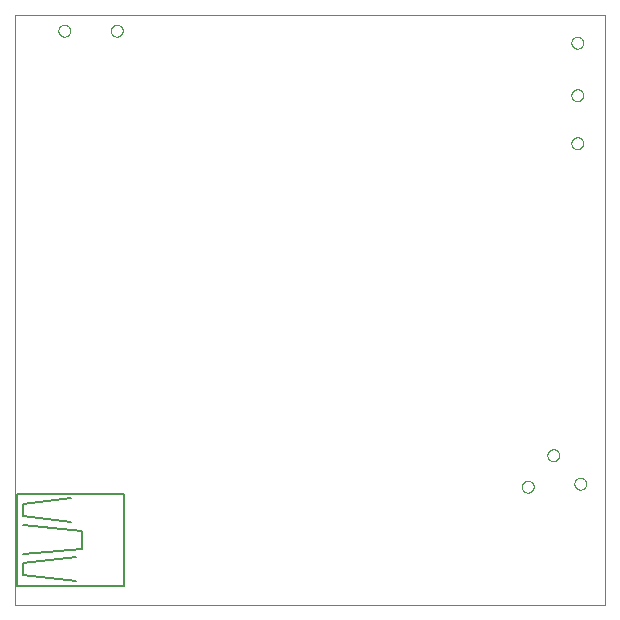
<source format=gbo>
G75*
%MOIN*%
%OFA0B0*%
%FSLAX25Y25*%
%IPPOS*%
%LPD*%
%AMOC8*
5,1,8,0,0,1.08239X$1,22.5*
%
%ADD10C,0.00000*%
%ADD11C,0.00500*%
D10*
X0005300Y0010249D02*
X0005300Y0207099D01*
X0202150Y0207099D01*
X0202150Y0010249D01*
X0005300Y0010249D01*
X0174331Y0049749D02*
X0174333Y0049837D01*
X0174339Y0049925D01*
X0174349Y0050013D01*
X0174363Y0050101D01*
X0174380Y0050187D01*
X0174402Y0050273D01*
X0174427Y0050357D01*
X0174457Y0050441D01*
X0174489Y0050523D01*
X0174526Y0050603D01*
X0174566Y0050682D01*
X0174610Y0050759D01*
X0174657Y0050834D01*
X0174707Y0050906D01*
X0174761Y0050977D01*
X0174817Y0051044D01*
X0174877Y0051110D01*
X0174939Y0051172D01*
X0175005Y0051232D01*
X0175072Y0051288D01*
X0175143Y0051342D01*
X0175215Y0051392D01*
X0175290Y0051439D01*
X0175367Y0051483D01*
X0175446Y0051523D01*
X0175526Y0051560D01*
X0175608Y0051592D01*
X0175692Y0051622D01*
X0175776Y0051647D01*
X0175862Y0051669D01*
X0175948Y0051686D01*
X0176036Y0051700D01*
X0176124Y0051710D01*
X0176212Y0051716D01*
X0176300Y0051718D01*
X0176388Y0051716D01*
X0176476Y0051710D01*
X0176564Y0051700D01*
X0176652Y0051686D01*
X0176738Y0051669D01*
X0176824Y0051647D01*
X0176908Y0051622D01*
X0176992Y0051592D01*
X0177074Y0051560D01*
X0177154Y0051523D01*
X0177233Y0051483D01*
X0177310Y0051439D01*
X0177385Y0051392D01*
X0177457Y0051342D01*
X0177528Y0051288D01*
X0177595Y0051232D01*
X0177661Y0051172D01*
X0177723Y0051110D01*
X0177783Y0051044D01*
X0177839Y0050977D01*
X0177893Y0050906D01*
X0177943Y0050834D01*
X0177990Y0050759D01*
X0178034Y0050682D01*
X0178074Y0050603D01*
X0178111Y0050523D01*
X0178143Y0050441D01*
X0178173Y0050357D01*
X0178198Y0050273D01*
X0178220Y0050187D01*
X0178237Y0050101D01*
X0178251Y0050013D01*
X0178261Y0049925D01*
X0178267Y0049837D01*
X0178269Y0049749D01*
X0178267Y0049661D01*
X0178261Y0049573D01*
X0178251Y0049485D01*
X0178237Y0049397D01*
X0178220Y0049311D01*
X0178198Y0049225D01*
X0178173Y0049141D01*
X0178143Y0049057D01*
X0178111Y0048975D01*
X0178074Y0048895D01*
X0178034Y0048816D01*
X0177990Y0048739D01*
X0177943Y0048664D01*
X0177893Y0048592D01*
X0177839Y0048521D01*
X0177783Y0048454D01*
X0177723Y0048388D01*
X0177661Y0048326D01*
X0177595Y0048266D01*
X0177528Y0048210D01*
X0177457Y0048156D01*
X0177385Y0048106D01*
X0177310Y0048059D01*
X0177233Y0048015D01*
X0177154Y0047975D01*
X0177074Y0047938D01*
X0176992Y0047906D01*
X0176908Y0047876D01*
X0176824Y0047851D01*
X0176738Y0047829D01*
X0176652Y0047812D01*
X0176564Y0047798D01*
X0176476Y0047788D01*
X0176388Y0047782D01*
X0176300Y0047780D01*
X0176212Y0047782D01*
X0176124Y0047788D01*
X0176036Y0047798D01*
X0175948Y0047812D01*
X0175862Y0047829D01*
X0175776Y0047851D01*
X0175692Y0047876D01*
X0175608Y0047906D01*
X0175526Y0047938D01*
X0175446Y0047975D01*
X0175367Y0048015D01*
X0175290Y0048059D01*
X0175215Y0048106D01*
X0175143Y0048156D01*
X0175072Y0048210D01*
X0175005Y0048266D01*
X0174939Y0048326D01*
X0174877Y0048388D01*
X0174817Y0048454D01*
X0174761Y0048521D01*
X0174707Y0048592D01*
X0174657Y0048664D01*
X0174610Y0048739D01*
X0174566Y0048816D01*
X0174526Y0048895D01*
X0174489Y0048975D01*
X0174457Y0049057D01*
X0174427Y0049141D01*
X0174402Y0049225D01*
X0174380Y0049311D01*
X0174363Y0049397D01*
X0174349Y0049485D01*
X0174339Y0049573D01*
X0174333Y0049661D01*
X0174331Y0049749D01*
X0182831Y0060249D02*
X0182833Y0060337D01*
X0182839Y0060425D01*
X0182849Y0060513D01*
X0182863Y0060601D01*
X0182880Y0060687D01*
X0182902Y0060773D01*
X0182927Y0060857D01*
X0182957Y0060941D01*
X0182989Y0061023D01*
X0183026Y0061103D01*
X0183066Y0061182D01*
X0183110Y0061259D01*
X0183157Y0061334D01*
X0183207Y0061406D01*
X0183261Y0061477D01*
X0183317Y0061544D01*
X0183377Y0061610D01*
X0183439Y0061672D01*
X0183505Y0061732D01*
X0183572Y0061788D01*
X0183643Y0061842D01*
X0183715Y0061892D01*
X0183790Y0061939D01*
X0183867Y0061983D01*
X0183946Y0062023D01*
X0184026Y0062060D01*
X0184108Y0062092D01*
X0184192Y0062122D01*
X0184276Y0062147D01*
X0184362Y0062169D01*
X0184448Y0062186D01*
X0184536Y0062200D01*
X0184624Y0062210D01*
X0184712Y0062216D01*
X0184800Y0062218D01*
X0184888Y0062216D01*
X0184976Y0062210D01*
X0185064Y0062200D01*
X0185152Y0062186D01*
X0185238Y0062169D01*
X0185324Y0062147D01*
X0185408Y0062122D01*
X0185492Y0062092D01*
X0185574Y0062060D01*
X0185654Y0062023D01*
X0185733Y0061983D01*
X0185810Y0061939D01*
X0185885Y0061892D01*
X0185957Y0061842D01*
X0186028Y0061788D01*
X0186095Y0061732D01*
X0186161Y0061672D01*
X0186223Y0061610D01*
X0186283Y0061544D01*
X0186339Y0061477D01*
X0186393Y0061406D01*
X0186443Y0061334D01*
X0186490Y0061259D01*
X0186534Y0061182D01*
X0186574Y0061103D01*
X0186611Y0061023D01*
X0186643Y0060941D01*
X0186673Y0060857D01*
X0186698Y0060773D01*
X0186720Y0060687D01*
X0186737Y0060601D01*
X0186751Y0060513D01*
X0186761Y0060425D01*
X0186767Y0060337D01*
X0186769Y0060249D01*
X0186767Y0060161D01*
X0186761Y0060073D01*
X0186751Y0059985D01*
X0186737Y0059897D01*
X0186720Y0059811D01*
X0186698Y0059725D01*
X0186673Y0059641D01*
X0186643Y0059557D01*
X0186611Y0059475D01*
X0186574Y0059395D01*
X0186534Y0059316D01*
X0186490Y0059239D01*
X0186443Y0059164D01*
X0186393Y0059092D01*
X0186339Y0059021D01*
X0186283Y0058954D01*
X0186223Y0058888D01*
X0186161Y0058826D01*
X0186095Y0058766D01*
X0186028Y0058710D01*
X0185957Y0058656D01*
X0185885Y0058606D01*
X0185810Y0058559D01*
X0185733Y0058515D01*
X0185654Y0058475D01*
X0185574Y0058438D01*
X0185492Y0058406D01*
X0185408Y0058376D01*
X0185324Y0058351D01*
X0185238Y0058329D01*
X0185152Y0058312D01*
X0185064Y0058298D01*
X0184976Y0058288D01*
X0184888Y0058282D01*
X0184800Y0058280D01*
X0184712Y0058282D01*
X0184624Y0058288D01*
X0184536Y0058298D01*
X0184448Y0058312D01*
X0184362Y0058329D01*
X0184276Y0058351D01*
X0184192Y0058376D01*
X0184108Y0058406D01*
X0184026Y0058438D01*
X0183946Y0058475D01*
X0183867Y0058515D01*
X0183790Y0058559D01*
X0183715Y0058606D01*
X0183643Y0058656D01*
X0183572Y0058710D01*
X0183505Y0058766D01*
X0183439Y0058826D01*
X0183377Y0058888D01*
X0183317Y0058954D01*
X0183261Y0059021D01*
X0183207Y0059092D01*
X0183157Y0059164D01*
X0183110Y0059239D01*
X0183066Y0059316D01*
X0183026Y0059395D01*
X0182989Y0059475D01*
X0182957Y0059557D01*
X0182927Y0059641D01*
X0182902Y0059725D01*
X0182880Y0059811D01*
X0182863Y0059897D01*
X0182849Y0059985D01*
X0182839Y0060073D01*
X0182833Y0060161D01*
X0182831Y0060249D01*
X0191831Y0050749D02*
X0191833Y0050837D01*
X0191839Y0050925D01*
X0191849Y0051013D01*
X0191863Y0051101D01*
X0191880Y0051187D01*
X0191902Y0051273D01*
X0191927Y0051357D01*
X0191957Y0051441D01*
X0191989Y0051523D01*
X0192026Y0051603D01*
X0192066Y0051682D01*
X0192110Y0051759D01*
X0192157Y0051834D01*
X0192207Y0051906D01*
X0192261Y0051977D01*
X0192317Y0052044D01*
X0192377Y0052110D01*
X0192439Y0052172D01*
X0192505Y0052232D01*
X0192572Y0052288D01*
X0192643Y0052342D01*
X0192715Y0052392D01*
X0192790Y0052439D01*
X0192867Y0052483D01*
X0192946Y0052523D01*
X0193026Y0052560D01*
X0193108Y0052592D01*
X0193192Y0052622D01*
X0193276Y0052647D01*
X0193362Y0052669D01*
X0193448Y0052686D01*
X0193536Y0052700D01*
X0193624Y0052710D01*
X0193712Y0052716D01*
X0193800Y0052718D01*
X0193888Y0052716D01*
X0193976Y0052710D01*
X0194064Y0052700D01*
X0194152Y0052686D01*
X0194238Y0052669D01*
X0194324Y0052647D01*
X0194408Y0052622D01*
X0194492Y0052592D01*
X0194574Y0052560D01*
X0194654Y0052523D01*
X0194733Y0052483D01*
X0194810Y0052439D01*
X0194885Y0052392D01*
X0194957Y0052342D01*
X0195028Y0052288D01*
X0195095Y0052232D01*
X0195161Y0052172D01*
X0195223Y0052110D01*
X0195283Y0052044D01*
X0195339Y0051977D01*
X0195393Y0051906D01*
X0195443Y0051834D01*
X0195490Y0051759D01*
X0195534Y0051682D01*
X0195574Y0051603D01*
X0195611Y0051523D01*
X0195643Y0051441D01*
X0195673Y0051357D01*
X0195698Y0051273D01*
X0195720Y0051187D01*
X0195737Y0051101D01*
X0195751Y0051013D01*
X0195761Y0050925D01*
X0195767Y0050837D01*
X0195769Y0050749D01*
X0195767Y0050661D01*
X0195761Y0050573D01*
X0195751Y0050485D01*
X0195737Y0050397D01*
X0195720Y0050311D01*
X0195698Y0050225D01*
X0195673Y0050141D01*
X0195643Y0050057D01*
X0195611Y0049975D01*
X0195574Y0049895D01*
X0195534Y0049816D01*
X0195490Y0049739D01*
X0195443Y0049664D01*
X0195393Y0049592D01*
X0195339Y0049521D01*
X0195283Y0049454D01*
X0195223Y0049388D01*
X0195161Y0049326D01*
X0195095Y0049266D01*
X0195028Y0049210D01*
X0194957Y0049156D01*
X0194885Y0049106D01*
X0194810Y0049059D01*
X0194733Y0049015D01*
X0194654Y0048975D01*
X0194574Y0048938D01*
X0194492Y0048906D01*
X0194408Y0048876D01*
X0194324Y0048851D01*
X0194238Y0048829D01*
X0194152Y0048812D01*
X0194064Y0048798D01*
X0193976Y0048788D01*
X0193888Y0048782D01*
X0193800Y0048780D01*
X0193712Y0048782D01*
X0193624Y0048788D01*
X0193536Y0048798D01*
X0193448Y0048812D01*
X0193362Y0048829D01*
X0193276Y0048851D01*
X0193192Y0048876D01*
X0193108Y0048906D01*
X0193026Y0048938D01*
X0192946Y0048975D01*
X0192867Y0049015D01*
X0192790Y0049059D01*
X0192715Y0049106D01*
X0192643Y0049156D01*
X0192572Y0049210D01*
X0192505Y0049266D01*
X0192439Y0049326D01*
X0192377Y0049388D01*
X0192317Y0049454D01*
X0192261Y0049521D01*
X0192207Y0049592D01*
X0192157Y0049664D01*
X0192110Y0049739D01*
X0192066Y0049816D01*
X0192026Y0049895D01*
X0191989Y0049975D01*
X0191957Y0050057D01*
X0191927Y0050141D01*
X0191902Y0050225D01*
X0191880Y0050311D01*
X0191863Y0050397D01*
X0191849Y0050485D01*
X0191839Y0050573D01*
X0191833Y0050661D01*
X0191831Y0050749D01*
X0190831Y0164249D02*
X0190833Y0164337D01*
X0190839Y0164425D01*
X0190849Y0164513D01*
X0190863Y0164601D01*
X0190880Y0164687D01*
X0190902Y0164773D01*
X0190927Y0164857D01*
X0190957Y0164941D01*
X0190989Y0165023D01*
X0191026Y0165103D01*
X0191066Y0165182D01*
X0191110Y0165259D01*
X0191157Y0165334D01*
X0191207Y0165406D01*
X0191261Y0165477D01*
X0191317Y0165544D01*
X0191377Y0165610D01*
X0191439Y0165672D01*
X0191505Y0165732D01*
X0191572Y0165788D01*
X0191643Y0165842D01*
X0191715Y0165892D01*
X0191790Y0165939D01*
X0191867Y0165983D01*
X0191946Y0166023D01*
X0192026Y0166060D01*
X0192108Y0166092D01*
X0192192Y0166122D01*
X0192276Y0166147D01*
X0192362Y0166169D01*
X0192448Y0166186D01*
X0192536Y0166200D01*
X0192624Y0166210D01*
X0192712Y0166216D01*
X0192800Y0166218D01*
X0192888Y0166216D01*
X0192976Y0166210D01*
X0193064Y0166200D01*
X0193152Y0166186D01*
X0193238Y0166169D01*
X0193324Y0166147D01*
X0193408Y0166122D01*
X0193492Y0166092D01*
X0193574Y0166060D01*
X0193654Y0166023D01*
X0193733Y0165983D01*
X0193810Y0165939D01*
X0193885Y0165892D01*
X0193957Y0165842D01*
X0194028Y0165788D01*
X0194095Y0165732D01*
X0194161Y0165672D01*
X0194223Y0165610D01*
X0194283Y0165544D01*
X0194339Y0165477D01*
X0194393Y0165406D01*
X0194443Y0165334D01*
X0194490Y0165259D01*
X0194534Y0165182D01*
X0194574Y0165103D01*
X0194611Y0165023D01*
X0194643Y0164941D01*
X0194673Y0164857D01*
X0194698Y0164773D01*
X0194720Y0164687D01*
X0194737Y0164601D01*
X0194751Y0164513D01*
X0194761Y0164425D01*
X0194767Y0164337D01*
X0194769Y0164249D01*
X0194767Y0164161D01*
X0194761Y0164073D01*
X0194751Y0163985D01*
X0194737Y0163897D01*
X0194720Y0163811D01*
X0194698Y0163725D01*
X0194673Y0163641D01*
X0194643Y0163557D01*
X0194611Y0163475D01*
X0194574Y0163395D01*
X0194534Y0163316D01*
X0194490Y0163239D01*
X0194443Y0163164D01*
X0194393Y0163092D01*
X0194339Y0163021D01*
X0194283Y0162954D01*
X0194223Y0162888D01*
X0194161Y0162826D01*
X0194095Y0162766D01*
X0194028Y0162710D01*
X0193957Y0162656D01*
X0193885Y0162606D01*
X0193810Y0162559D01*
X0193733Y0162515D01*
X0193654Y0162475D01*
X0193574Y0162438D01*
X0193492Y0162406D01*
X0193408Y0162376D01*
X0193324Y0162351D01*
X0193238Y0162329D01*
X0193152Y0162312D01*
X0193064Y0162298D01*
X0192976Y0162288D01*
X0192888Y0162282D01*
X0192800Y0162280D01*
X0192712Y0162282D01*
X0192624Y0162288D01*
X0192536Y0162298D01*
X0192448Y0162312D01*
X0192362Y0162329D01*
X0192276Y0162351D01*
X0192192Y0162376D01*
X0192108Y0162406D01*
X0192026Y0162438D01*
X0191946Y0162475D01*
X0191867Y0162515D01*
X0191790Y0162559D01*
X0191715Y0162606D01*
X0191643Y0162656D01*
X0191572Y0162710D01*
X0191505Y0162766D01*
X0191439Y0162826D01*
X0191377Y0162888D01*
X0191317Y0162954D01*
X0191261Y0163021D01*
X0191207Y0163092D01*
X0191157Y0163164D01*
X0191110Y0163239D01*
X0191066Y0163316D01*
X0191026Y0163395D01*
X0190989Y0163475D01*
X0190957Y0163557D01*
X0190927Y0163641D01*
X0190902Y0163725D01*
X0190880Y0163811D01*
X0190863Y0163897D01*
X0190849Y0163985D01*
X0190839Y0164073D01*
X0190833Y0164161D01*
X0190831Y0164249D01*
X0190831Y0180249D02*
X0190833Y0180337D01*
X0190839Y0180425D01*
X0190849Y0180513D01*
X0190863Y0180601D01*
X0190880Y0180687D01*
X0190902Y0180773D01*
X0190927Y0180857D01*
X0190957Y0180941D01*
X0190989Y0181023D01*
X0191026Y0181103D01*
X0191066Y0181182D01*
X0191110Y0181259D01*
X0191157Y0181334D01*
X0191207Y0181406D01*
X0191261Y0181477D01*
X0191317Y0181544D01*
X0191377Y0181610D01*
X0191439Y0181672D01*
X0191505Y0181732D01*
X0191572Y0181788D01*
X0191643Y0181842D01*
X0191715Y0181892D01*
X0191790Y0181939D01*
X0191867Y0181983D01*
X0191946Y0182023D01*
X0192026Y0182060D01*
X0192108Y0182092D01*
X0192192Y0182122D01*
X0192276Y0182147D01*
X0192362Y0182169D01*
X0192448Y0182186D01*
X0192536Y0182200D01*
X0192624Y0182210D01*
X0192712Y0182216D01*
X0192800Y0182218D01*
X0192888Y0182216D01*
X0192976Y0182210D01*
X0193064Y0182200D01*
X0193152Y0182186D01*
X0193238Y0182169D01*
X0193324Y0182147D01*
X0193408Y0182122D01*
X0193492Y0182092D01*
X0193574Y0182060D01*
X0193654Y0182023D01*
X0193733Y0181983D01*
X0193810Y0181939D01*
X0193885Y0181892D01*
X0193957Y0181842D01*
X0194028Y0181788D01*
X0194095Y0181732D01*
X0194161Y0181672D01*
X0194223Y0181610D01*
X0194283Y0181544D01*
X0194339Y0181477D01*
X0194393Y0181406D01*
X0194443Y0181334D01*
X0194490Y0181259D01*
X0194534Y0181182D01*
X0194574Y0181103D01*
X0194611Y0181023D01*
X0194643Y0180941D01*
X0194673Y0180857D01*
X0194698Y0180773D01*
X0194720Y0180687D01*
X0194737Y0180601D01*
X0194751Y0180513D01*
X0194761Y0180425D01*
X0194767Y0180337D01*
X0194769Y0180249D01*
X0194767Y0180161D01*
X0194761Y0180073D01*
X0194751Y0179985D01*
X0194737Y0179897D01*
X0194720Y0179811D01*
X0194698Y0179725D01*
X0194673Y0179641D01*
X0194643Y0179557D01*
X0194611Y0179475D01*
X0194574Y0179395D01*
X0194534Y0179316D01*
X0194490Y0179239D01*
X0194443Y0179164D01*
X0194393Y0179092D01*
X0194339Y0179021D01*
X0194283Y0178954D01*
X0194223Y0178888D01*
X0194161Y0178826D01*
X0194095Y0178766D01*
X0194028Y0178710D01*
X0193957Y0178656D01*
X0193885Y0178606D01*
X0193810Y0178559D01*
X0193733Y0178515D01*
X0193654Y0178475D01*
X0193574Y0178438D01*
X0193492Y0178406D01*
X0193408Y0178376D01*
X0193324Y0178351D01*
X0193238Y0178329D01*
X0193152Y0178312D01*
X0193064Y0178298D01*
X0192976Y0178288D01*
X0192888Y0178282D01*
X0192800Y0178280D01*
X0192712Y0178282D01*
X0192624Y0178288D01*
X0192536Y0178298D01*
X0192448Y0178312D01*
X0192362Y0178329D01*
X0192276Y0178351D01*
X0192192Y0178376D01*
X0192108Y0178406D01*
X0192026Y0178438D01*
X0191946Y0178475D01*
X0191867Y0178515D01*
X0191790Y0178559D01*
X0191715Y0178606D01*
X0191643Y0178656D01*
X0191572Y0178710D01*
X0191505Y0178766D01*
X0191439Y0178826D01*
X0191377Y0178888D01*
X0191317Y0178954D01*
X0191261Y0179021D01*
X0191207Y0179092D01*
X0191157Y0179164D01*
X0191110Y0179239D01*
X0191066Y0179316D01*
X0191026Y0179395D01*
X0190989Y0179475D01*
X0190957Y0179557D01*
X0190927Y0179641D01*
X0190902Y0179725D01*
X0190880Y0179811D01*
X0190863Y0179897D01*
X0190849Y0179985D01*
X0190839Y0180073D01*
X0190833Y0180161D01*
X0190831Y0180249D01*
X0190831Y0197749D02*
X0190833Y0197837D01*
X0190839Y0197925D01*
X0190849Y0198013D01*
X0190863Y0198101D01*
X0190880Y0198187D01*
X0190902Y0198273D01*
X0190927Y0198357D01*
X0190957Y0198441D01*
X0190989Y0198523D01*
X0191026Y0198603D01*
X0191066Y0198682D01*
X0191110Y0198759D01*
X0191157Y0198834D01*
X0191207Y0198906D01*
X0191261Y0198977D01*
X0191317Y0199044D01*
X0191377Y0199110D01*
X0191439Y0199172D01*
X0191505Y0199232D01*
X0191572Y0199288D01*
X0191643Y0199342D01*
X0191715Y0199392D01*
X0191790Y0199439D01*
X0191867Y0199483D01*
X0191946Y0199523D01*
X0192026Y0199560D01*
X0192108Y0199592D01*
X0192192Y0199622D01*
X0192276Y0199647D01*
X0192362Y0199669D01*
X0192448Y0199686D01*
X0192536Y0199700D01*
X0192624Y0199710D01*
X0192712Y0199716D01*
X0192800Y0199718D01*
X0192888Y0199716D01*
X0192976Y0199710D01*
X0193064Y0199700D01*
X0193152Y0199686D01*
X0193238Y0199669D01*
X0193324Y0199647D01*
X0193408Y0199622D01*
X0193492Y0199592D01*
X0193574Y0199560D01*
X0193654Y0199523D01*
X0193733Y0199483D01*
X0193810Y0199439D01*
X0193885Y0199392D01*
X0193957Y0199342D01*
X0194028Y0199288D01*
X0194095Y0199232D01*
X0194161Y0199172D01*
X0194223Y0199110D01*
X0194283Y0199044D01*
X0194339Y0198977D01*
X0194393Y0198906D01*
X0194443Y0198834D01*
X0194490Y0198759D01*
X0194534Y0198682D01*
X0194574Y0198603D01*
X0194611Y0198523D01*
X0194643Y0198441D01*
X0194673Y0198357D01*
X0194698Y0198273D01*
X0194720Y0198187D01*
X0194737Y0198101D01*
X0194751Y0198013D01*
X0194761Y0197925D01*
X0194767Y0197837D01*
X0194769Y0197749D01*
X0194767Y0197661D01*
X0194761Y0197573D01*
X0194751Y0197485D01*
X0194737Y0197397D01*
X0194720Y0197311D01*
X0194698Y0197225D01*
X0194673Y0197141D01*
X0194643Y0197057D01*
X0194611Y0196975D01*
X0194574Y0196895D01*
X0194534Y0196816D01*
X0194490Y0196739D01*
X0194443Y0196664D01*
X0194393Y0196592D01*
X0194339Y0196521D01*
X0194283Y0196454D01*
X0194223Y0196388D01*
X0194161Y0196326D01*
X0194095Y0196266D01*
X0194028Y0196210D01*
X0193957Y0196156D01*
X0193885Y0196106D01*
X0193810Y0196059D01*
X0193733Y0196015D01*
X0193654Y0195975D01*
X0193574Y0195938D01*
X0193492Y0195906D01*
X0193408Y0195876D01*
X0193324Y0195851D01*
X0193238Y0195829D01*
X0193152Y0195812D01*
X0193064Y0195798D01*
X0192976Y0195788D01*
X0192888Y0195782D01*
X0192800Y0195780D01*
X0192712Y0195782D01*
X0192624Y0195788D01*
X0192536Y0195798D01*
X0192448Y0195812D01*
X0192362Y0195829D01*
X0192276Y0195851D01*
X0192192Y0195876D01*
X0192108Y0195906D01*
X0192026Y0195938D01*
X0191946Y0195975D01*
X0191867Y0196015D01*
X0191790Y0196059D01*
X0191715Y0196106D01*
X0191643Y0196156D01*
X0191572Y0196210D01*
X0191505Y0196266D01*
X0191439Y0196326D01*
X0191377Y0196388D01*
X0191317Y0196454D01*
X0191261Y0196521D01*
X0191207Y0196592D01*
X0191157Y0196664D01*
X0191110Y0196739D01*
X0191066Y0196816D01*
X0191026Y0196895D01*
X0190989Y0196975D01*
X0190957Y0197057D01*
X0190927Y0197141D01*
X0190902Y0197225D01*
X0190880Y0197311D01*
X0190863Y0197397D01*
X0190849Y0197485D01*
X0190839Y0197573D01*
X0190833Y0197661D01*
X0190831Y0197749D01*
X0037331Y0201749D02*
X0037333Y0201837D01*
X0037339Y0201925D01*
X0037349Y0202013D01*
X0037363Y0202101D01*
X0037380Y0202187D01*
X0037402Y0202273D01*
X0037427Y0202357D01*
X0037457Y0202441D01*
X0037489Y0202523D01*
X0037526Y0202603D01*
X0037566Y0202682D01*
X0037610Y0202759D01*
X0037657Y0202834D01*
X0037707Y0202906D01*
X0037761Y0202977D01*
X0037817Y0203044D01*
X0037877Y0203110D01*
X0037939Y0203172D01*
X0038005Y0203232D01*
X0038072Y0203288D01*
X0038143Y0203342D01*
X0038215Y0203392D01*
X0038290Y0203439D01*
X0038367Y0203483D01*
X0038446Y0203523D01*
X0038526Y0203560D01*
X0038608Y0203592D01*
X0038692Y0203622D01*
X0038776Y0203647D01*
X0038862Y0203669D01*
X0038948Y0203686D01*
X0039036Y0203700D01*
X0039124Y0203710D01*
X0039212Y0203716D01*
X0039300Y0203718D01*
X0039388Y0203716D01*
X0039476Y0203710D01*
X0039564Y0203700D01*
X0039652Y0203686D01*
X0039738Y0203669D01*
X0039824Y0203647D01*
X0039908Y0203622D01*
X0039992Y0203592D01*
X0040074Y0203560D01*
X0040154Y0203523D01*
X0040233Y0203483D01*
X0040310Y0203439D01*
X0040385Y0203392D01*
X0040457Y0203342D01*
X0040528Y0203288D01*
X0040595Y0203232D01*
X0040661Y0203172D01*
X0040723Y0203110D01*
X0040783Y0203044D01*
X0040839Y0202977D01*
X0040893Y0202906D01*
X0040943Y0202834D01*
X0040990Y0202759D01*
X0041034Y0202682D01*
X0041074Y0202603D01*
X0041111Y0202523D01*
X0041143Y0202441D01*
X0041173Y0202357D01*
X0041198Y0202273D01*
X0041220Y0202187D01*
X0041237Y0202101D01*
X0041251Y0202013D01*
X0041261Y0201925D01*
X0041267Y0201837D01*
X0041269Y0201749D01*
X0041267Y0201661D01*
X0041261Y0201573D01*
X0041251Y0201485D01*
X0041237Y0201397D01*
X0041220Y0201311D01*
X0041198Y0201225D01*
X0041173Y0201141D01*
X0041143Y0201057D01*
X0041111Y0200975D01*
X0041074Y0200895D01*
X0041034Y0200816D01*
X0040990Y0200739D01*
X0040943Y0200664D01*
X0040893Y0200592D01*
X0040839Y0200521D01*
X0040783Y0200454D01*
X0040723Y0200388D01*
X0040661Y0200326D01*
X0040595Y0200266D01*
X0040528Y0200210D01*
X0040457Y0200156D01*
X0040385Y0200106D01*
X0040310Y0200059D01*
X0040233Y0200015D01*
X0040154Y0199975D01*
X0040074Y0199938D01*
X0039992Y0199906D01*
X0039908Y0199876D01*
X0039824Y0199851D01*
X0039738Y0199829D01*
X0039652Y0199812D01*
X0039564Y0199798D01*
X0039476Y0199788D01*
X0039388Y0199782D01*
X0039300Y0199780D01*
X0039212Y0199782D01*
X0039124Y0199788D01*
X0039036Y0199798D01*
X0038948Y0199812D01*
X0038862Y0199829D01*
X0038776Y0199851D01*
X0038692Y0199876D01*
X0038608Y0199906D01*
X0038526Y0199938D01*
X0038446Y0199975D01*
X0038367Y0200015D01*
X0038290Y0200059D01*
X0038215Y0200106D01*
X0038143Y0200156D01*
X0038072Y0200210D01*
X0038005Y0200266D01*
X0037939Y0200326D01*
X0037877Y0200388D01*
X0037817Y0200454D01*
X0037761Y0200521D01*
X0037707Y0200592D01*
X0037657Y0200664D01*
X0037610Y0200739D01*
X0037566Y0200816D01*
X0037526Y0200895D01*
X0037489Y0200975D01*
X0037457Y0201057D01*
X0037427Y0201141D01*
X0037402Y0201225D01*
X0037380Y0201311D01*
X0037363Y0201397D01*
X0037349Y0201485D01*
X0037339Y0201573D01*
X0037333Y0201661D01*
X0037331Y0201749D01*
X0019831Y0201749D02*
X0019833Y0201837D01*
X0019839Y0201925D01*
X0019849Y0202013D01*
X0019863Y0202101D01*
X0019880Y0202187D01*
X0019902Y0202273D01*
X0019927Y0202357D01*
X0019957Y0202441D01*
X0019989Y0202523D01*
X0020026Y0202603D01*
X0020066Y0202682D01*
X0020110Y0202759D01*
X0020157Y0202834D01*
X0020207Y0202906D01*
X0020261Y0202977D01*
X0020317Y0203044D01*
X0020377Y0203110D01*
X0020439Y0203172D01*
X0020505Y0203232D01*
X0020572Y0203288D01*
X0020643Y0203342D01*
X0020715Y0203392D01*
X0020790Y0203439D01*
X0020867Y0203483D01*
X0020946Y0203523D01*
X0021026Y0203560D01*
X0021108Y0203592D01*
X0021192Y0203622D01*
X0021276Y0203647D01*
X0021362Y0203669D01*
X0021448Y0203686D01*
X0021536Y0203700D01*
X0021624Y0203710D01*
X0021712Y0203716D01*
X0021800Y0203718D01*
X0021888Y0203716D01*
X0021976Y0203710D01*
X0022064Y0203700D01*
X0022152Y0203686D01*
X0022238Y0203669D01*
X0022324Y0203647D01*
X0022408Y0203622D01*
X0022492Y0203592D01*
X0022574Y0203560D01*
X0022654Y0203523D01*
X0022733Y0203483D01*
X0022810Y0203439D01*
X0022885Y0203392D01*
X0022957Y0203342D01*
X0023028Y0203288D01*
X0023095Y0203232D01*
X0023161Y0203172D01*
X0023223Y0203110D01*
X0023283Y0203044D01*
X0023339Y0202977D01*
X0023393Y0202906D01*
X0023443Y0202834D01*
X0023490Y0202759D01*
X0023534Y0202682D01*
X0023574Y0202603D01*
X0023611Y0202523D01*
X0023643Y0202441D01*
X0023673Y0202357D01*
X0023698Y0202273D01*
X0023720Y0202187D01*
X0023737Y0202101D01*
X0023751Y0202013D01*
X0023761Y0201925D01*
X0023767Y0201837D01*
X0023769Y0201749D01*
X0023767Y0201661D01*
X0023761Y0201573D01*
X0023751Y0201485D01*
X0023737Y0201397D01*
X0023720Y0201311D01*
X0023698Y0201225D01*
X0023673Y0201141D01*
X0023643Y0201057D01*
X0023611Y0200975D01*
X0023574Y0200895D01*
X0023534Y0200816D01*
X0023490Y0200739D01*
X0023443Y0200664D01*
X0023393Y0200592D01*
X0023339Y0200521D01*
X0023283Y0200454D01*
X0023223Y0200388D01*
X0023161Y0200326D01*
X0023095Y0200266D01*
X0023028Y0200210D01*
X0022957Y0200156D01*
X0022885Y0200106D01*
X0022810Y0200059D01*
X0022733Y0200015D01*
X0022654Y0199975D01*
X0022574Y0199938D01*
X0022492Y0199906D01*
X0022408Y0199876D01*
X0022324Y0199851D01*
X0022238Y0199829D01*
X0022152Y0199812D01*
X0022064Y0199798D01*
X0021976Y0199788D01*
X0021888Y0199782D01*
X0021800Y0199780D01*
X0021712Y0199782D01*
X0021624Y0199788D01*
X0021536Y0199798D01*
X0021448Y0199812D01*
X0021362Y0199829D01*
X0021276Y0199851D01*
X0021192Y0199876D01*
X0021108Y0199906D01*
X0021026Y0199938D01*
X0020946Y0199975D01*
X0020867Y0200015D01*
X0020790Y0200059D01*
X0020715Y0200106D01*
X0020643Y0200156D01*
X0020572Y0200210D01*
X0020505Y0200266D01*
X0020439Y0200326D01*
X0020377Y0200388D01*
X0020317Y0200454D01*
X0020261Y0200521D01*
X0020207Y0200592D01*
X0020157Y0200664D01*
X0020110Y0200739D01*
X0020066Y0200816D01*
X0020026Y0200895D01*
X0019989Y0200975D01*
X0019957Y0201057D01*
X0019927Y0201141D01*
X0019902Y0201225D01*
X0019880Y0201311D01*
X0019863Y0201397D01*
X0019849Y0201485D01*
X0019839Y0201573D01*
X0019833Y0201661D01*
X0019831Y0201749D01*
D11*
X0006186Y0047454D02*
X0041619Y0047454D01*
X0041619Y0016745D01*
X0006186Y0016745D01*
X0006186Y0047454D01*
X0008154Y0043910D02*
X0008154Y0039973D01*
X0023902Y0038005D01*
X0027839Y0035052D02*
X0027839Y0029146D01*
X0008154Y0027178D01*
X0008154Y0024225D02*
X0025871Y0026194D01*
X0025871Y0018320D02*
X0008154Y0020288D01*
X0008154Y0024225D01*
X0008154Y0037020D02*
X0027839Y0035052D01*
X0023902Y0045879D02*
X0008154Y0043910D01*
M02*

</source>
